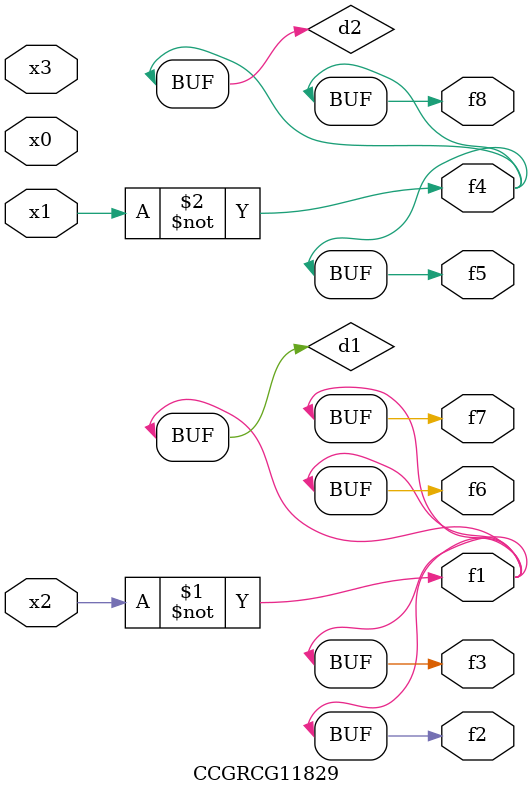
<source format=v>
module CCGRCG11829(
	input x0, x1, x2, x3,
	output f1, f2, f3, f4, f5, f6, f7, f8
);

	wire d1, d2;

	xnor (d1, x2);
	not (d2, x1);
	assign f1 = d1;
	assign f2 = d1;
	assign f3 = d1;
	assign f4 = d2;
	assign f5 = d2;
	assign f6 = d1;
	assign f7 = d1;
	assign f8 = d2;
endmodule

</source>
